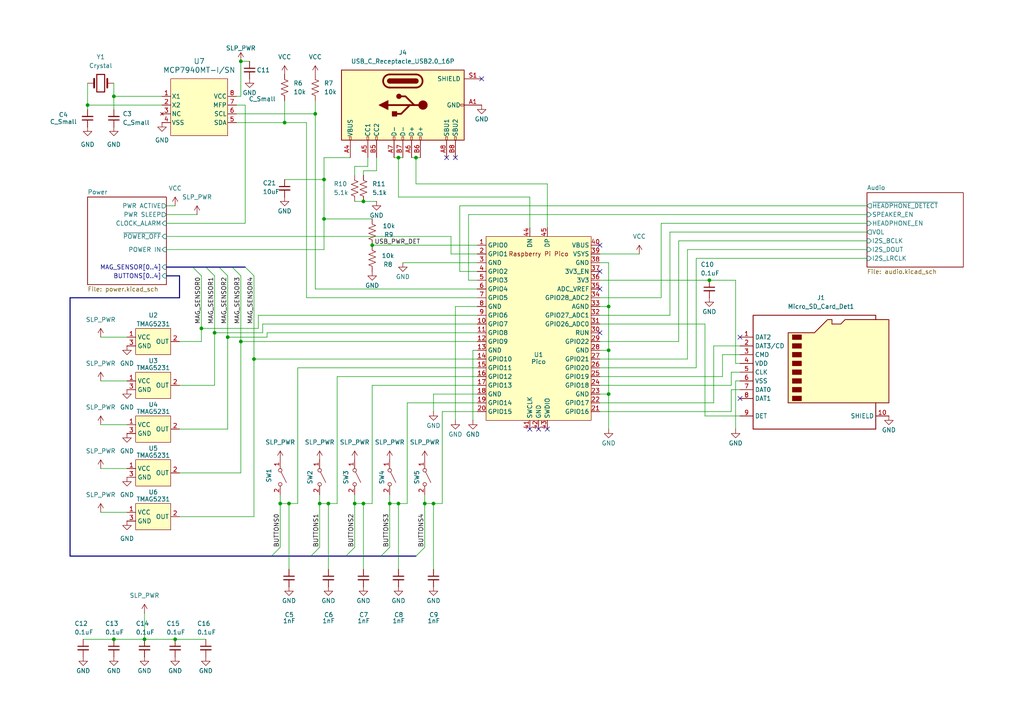
<source format=kicad_sch>
(kicad_sch (version 20231120) (generator "eeschema") (generator_version "8.0")
  (paper "A4")
  (title_block (title "Boombuddy"))
  (lib_symbols
    (symbol "Connector:Micro_SD_Card_Det1"
      (property "Reference" "J" (at -16.51 17.78 0))
      (property "Value" "Micro_SD_Card_Det1" (at 16.51 17.78 0))
      (symbol "Micro_SD_Card_Det1_0_1"
        (rectangle (start -7.62 -6.985) (end -5.08 -8.255) (stroke (width 0.254)) (fill (type outline)))
        (rectangle (start -7.62 -4.445) (end -5.08 -5.715) (stroke (width 0.254)) (fill (type outline)))
        (rectangle (start -7.62 -1.905) (end -5.08 -3.175) (stroke (width 0.254)) (fill (type outline)))
        (rectangle (start -7.62 0.635) (end -5.08 -0.635) (stroke (width 0.254)) (fill (type outline)))
        (rectangle (start -7.62 3.175) (end -5.08 1.905) (stroke (width 0.254)) (fill (type outline)))
        (rectangle (start -7.62 5.715) (end -5.08 4.445) (stroke (width 0.254)) (fill (type outline)))
        (rectangle (start -7.62 8.255) (end -5.08 6.985) (stroke (width 0.254)) (fill (type outline)))
        (rectangle (start -7.62 10.795) (end -5.08 9.525) (stroke (width 0.254)) (fill (type outline)))
        (polyline (pts (xy 16.51 15.24) (xy 16.51 16.51) (xy -19.05 16.51) (xy -19.05 -16.51) (xy 16.51 -16.51) (xy 16.51 -8.89)) (stroke (width 0.254)))
        (polyline (pts (xy -8.89 -8.89) (xy -8.89 11.43) (xy -1.27 11.43) (xy 2.54 15.24) (xy 3.81 15.24) (xy 3.81 13.97) (xy 6.35 13.97) (xy 7.62 15.24) (xy 20.32 15.24) (xy 20.32 -8.89) (xy -8.89 -8.89)) (stroke (width 0.254)) (fill (type background)))
      )
      (symbol "Micro_SD_Card_Det1_1_1"
        (pin bidirectional line (at -22.86 10.16 0) (length 3.81) (name "DAT2") (number "1"))
        (pin passive line (at 20.32 -12.7 180) (length 3.81) (name "SHIELD") (number "10"))
        (pin bidirectional line (at -22.86 7.62 0) (length 3.81) (name "DAT3/CD") (number "2"))
        (pin input line (at -22.86 5.08 0) (length 3.81) (name "CMD") (number "3"))
        (pin power_in line (at -22.86 2.54 0) (length 3.81) (name "VDD") (number "4"))
        (pin input line (at -22.86 0 0) (length 3.81) (name "CLK") (number "5"))
        (pin power_in line (at -22.86 -2.54 0) (length 3.81) (name "VSS") (number "6"))
        (pin bidirectional line (at -22.86 -5.08 0) (length 3.81) (name "DAT0") (number "7"))
        (pin bidirectional line (at -22.86 -7.62 0) (length 3.81) (name "DAT1") (number "8"))
        (pin passive line (at -22.86 -12.7 0) (length 3.81) (name "DET") (number "9"))
      )
    )
    (symbol "Connector:USB_C_Receptacle_USB2.0_16P" (pin_names (offset 1.016))
      (property "Reference" "J4" (at -15.24 0 90))
      (property "Value" "USB_C_Receptacle_USB2.0_16P" (at -12.7 0 90))
      (symbol "USB_C_Receptacle_USB2.0_16P_0_0"
        (rectangle (start -0.254 -17.78) (end 0.254 -16.764))
        (rectangle (start 10.16 -14.986) (end 9.144 -15.494))
        (rectangle (start 10.16 -12.446) (end 9.144 -12.954))
        (rectangle (start 10.16 -4.826) (end 9.144 -5.334))
        (rectangle (start 10.16 -2.286) (end 9.144 -2.794))
        (rectangle (start 10.16 0.254) (end 9.144 -0.254))
        (rectangle (start 10.16 2.794) (end 9.144 2.286))
        (rectangle (start 10.16 7.874) (end 9.144 7.366))
        (rectangle (start 10.16 10.414) (end 9.144 9.906))
        (rectangle (start 10.16 15.494) (end 9.144 14.986))
      )
      (symbol "USB_C_Receptacle_USB2.0_16P_0_1"
        (rectangle (start -10.16 17.78) (end 10.16 -17.78) (stroke (width 0.254)) (fill (type background)))
        (arc (start -8.89 -3.81) (mid -6.985 -5.7067) (end -5.08 -3.81) (stroke (width 0.508)))
        (arc (start -7.62 -3.81) (mid -6.985 -4.4423) (end -6.35 -3.81) (stroke (width 0.254)))
        (arc (start -7.62 -3.81) (mid -6.985 -4.4423) (end -6.35 -3.81) (stroke (width 0.254)) (fill (type outline)))
        (rectangle (start -7.62 -3.81) (end -6.35 3.81) (stroke (width 0.254)) (fill (type outline)))
        (arc (start -6.35 3.81) (mid -6.985 4.4423) (end -7.62 3.81) (stroke (width 0.254)))
        (arc (start -6.35 3.81) (mid -6.985 4.4423) (end -7.62 3.81) (stroke (width 0.254)) (fill (type outline)))
        (arc (start -5.08 3.81) (mid -6.985 5.7067) (end -8.89 3.81) (stroke (width 0.508)))
        (circle (center -2.54 1.143) (radius 0.635) (stroke (width 0.254)) (fill (type outline)))
        (circle (center 0 -5.842) (radius 1.27) (fill (type outline)))
        (polyline (pts (xy -8.89 -3.81) (xy -8.89 3.81)) (stroke (width 0.508)))
        (polyline (pts (xy -5.08 3.81) (xy -5.08 -3.81)) (stroke (width 0.508)))
        (polyline (pts (xy 0 -5.842) (xy 0 4.318)) (stroke (width 0.508)))
        (polyline (pts (xy 0 -3.302) (xy -2.54 -0.762) (xy -2.54 0.508)) (stroke (width 0.508)))
        (polyline (pts (xy 0 -2.032) (xy 2.54 0.508) (xy 2.54 1.778)) (stroke (width 0.508)))
        (polyline (pts (xy -1.27 4.318) (xy 0 6.858) (xy 1.27 4.318) (xy -1.27 4.318)) (stroke (width 0.254)) (fill (type outline)))
        (rectangle (start 1.905 1.778) (end 3.175 3.048) (stroke (width 0.254)) (fill (type outline)))
      )
      (symbol "USB_C_Receptacle_USB2.0_16P_1_1"
        (pin power_out line (at 0 -22.86 90) (length 5.08) (name "GND") (number "A1"))
        (pin passive line (at 0 -22.86 90) (length 5.08) hide (name "GND") (number "A12"))
        (pin power_out line (at 15.24 15.24 180) (length 5.08) (name "VBUS") (number "A4"))
        (pin bidirectional line (at 15.24 10.16 180) (length 5.08) (name "CC1") (number "A5"))
        (pin bidirectional line (at 15.24 -2.54 180) (length 5.08) (name "D+") (number "A6"))
        (pin bidirectional line (at 15.24 2.54 180) (length 5.08) (name "D-") (number "A7"))
        (pin bidirectional line (at 15.24 -12.7 180) (length 5.08) (name "SBU1") (number "A8"))
        (pin passive line (at 15.24 15.24 180) (length 5.08) hide (name "VBUS") (number "A9"))
        (pin passive line (at 0 -22.86 90) (length 5.08) hide (name "GND") (number "B1"))
        (pin passive line (at 0 -22.86 90) (length 5.08) hide (name "GND") (number "B12"))
        (pin passive line (at 15.24 15.24 180) (length 5.08) hide (name "VBUS") (number "B4"))
        (pin bidirectional line (at 15.24 7.62 180) (length 5.08) (name "CC2") (number "B5"))
        (pin bidirectional line (at 15.24 -5.08 180) (length 5.08) (name "D+") (number "B6"))
        (pin bidirectional line (at 15.24 0 180) (length 5.08) (name "D-") (number "B7"))
        (pin bidirectional line (at 15.24 -15.24 180) (length 5.08) (name "SBU2") (number "B8"))
        (pin passive line (at 15.24 15.24 180) (length 5.08) hide (name "VBUS") (number "B9"))
        (pin passive line (at -7.62 -22.86 90) (length 5.08) (name "SHIELD") (number "S1"))
      )
    )
    (symbol "Device:C_Small" (pin_numbers hide) (pin_names (offset 0.254) hide)
      (property "Reference" "C" (at 0.254 1.778 0))
      (property "Value" "C_Small" (at 0.254 -2.032 0))
      (symbol "C_Small_0_1"
        (polyline (pts (xy -1.524 -0.508) (xy 1.524 -0.508)) (stroke (width 0.3302)))
        (polyline (pts (xy -1.524 0.508) (xy 1.524 0.508)) (stroke (width 0.3048)))
      )
      (symbol "C_Small_1_1"
        (pin passive line (at 0 2.54 270) (length 2.032) (name "~") (number "1"))
        (pin passive line (at 0 -2.54 90) (length 2.032) (name "~") (number "2"))
      )
    )
    (symbol "Device:Crystal" (pin_numbers hide) (pin_names (offset 1.016) hide)
      (property "Reference" "Y" (at 0 3.81 0))
      (property "Value" "Crystal" (at 0 -3.81 0))
      (symbol "Crystal_0_1"
        (rectangle (start -1.143 2.54) (end 1.143 -2.54) (stroke (width 0.3048)))
        (polyline (pts (xy -2.54 0) (xy -1.905 0)))
        (polyline (pts (xy -1.905 -1.27) (xy -1.905 1.27)) (stroke (width 0.508)))
        (polyline (pts (xy 1.905 -1.27) (xy 1.905 1.27)) (stroke (width 0.508)))
        (polyline (pts (xy 2.54 0) (xy 1.905 0)))
      )
      (symbol "Crystal_1_1"
        (pin passive line (at -3.81 0 0) (length 1.27) (name "1") (number "1"))
        (pin passive line (at 3.81 0 180) (length 1.27) (name "2") (number "2"))
      )
    )
    (symbol "Device:R_US" (pin_numbers hide) (pin_names (offset 0))
      (property "Reference" "R" (at 2.54 0 90))
      (property "Value" "R_US" (at -2.54 0 90))
      (symbol "R_US_0_1"
        (polyline (pts (xy 0 -2.286) (xy 0 -2.54)))
        (polyline (pts (xy 0 2.286) (xy 0 2.54)))
        (polyline (pts (xy 0 -0.762) (xy 1.016 -1.143) (xy 0 -1.524) (xy -1.016 -1.905) (xy 0 -2.286)))
        (polyline (pts (xy 0 0.762) (xy 1.016 0.381) (xy 0 0) (xy -1.016 -0.381) (xy 0 -0.762)))
        (polyline (pts (xy 0 2.286) (xy 1.016 1.905) (xy 0 1.524) (xy -1.016 1.143) (xy 0 0.762)))
      )
      (symbol "R_US_1_1"
        (pin passive line (at 0 3.81 270) (length 1.27) (name "~") (number "1"))
        (pin passive line (at 0 -3.81 90) (length 1.27) (name "~") (number "2"))
      )
    )
    (symbol "Switch:SW_SPST" (pin_names (offset 0) hide)
      (property "Reference" "SW" (at 0 3.175 0))
      (property "Value" "SW_SPST" (at 0 -2.54 0))
      (symbol "SW_SPST_0_0"
        (circle (center -2.032 0) (radius 0.508))
        (polyline (pts (xy -1.524 0.254) (xy 1.524 1.778)))
        (circle (center 2.032 0) (radius 0.508))
      )
      (symbol "SW_SPST_1_1"
        (pin passive line (at -5.08 0 0) (length 2.54) (name "A") (number "1"))
        (pin passive line (at 5.08 0 180) (length 2.54) (name "B") (number "2"))
      )
    )
    (symbol "boombox:MCP7940MT-I_SN" (pin_names (offset 0.254))
      (property "Reference" "U" (at 0 13.97 0))
      (property "Value" "MCP7940MT-I/SN" (at 0 11.43 0))
      (symbol "MCP7940MT-I_SN_1_1"
        (rectangle (start -7.62 8.89) (end 8.89 -7.62) (fill (type background)))
        (pin input line (at -10.16 3.81 0) (length 2.54) (name "X1") (number "1"))
        (pin output line (at -10.16 1.27 0) (length 2.54) (name "X2") (number "2"))
        (pin no_connect line (at -10.16 -1.27 0) (length 2.54) (name "NC") (number "3"))
        (pin power_in line (at -10.16 -3.81 0) (length 2.54) (name "VSS") (number "4"))
        (pin bidirectional line (at 11.43 -3.81 180) (length 2.54) (name "SDA") (number "5"))
        (pin input line (at 11.43 -1.27 180) (length 2.54) (name "SCL") (number "6"))
        (pin bidirectional line (at 11.43 1.27 180) (length 2.54) (name "MFP") (number "7"))
        (pin power_in line (at 11.43 3.81 180) (length 2.54) (name "VCC") (number "8"))
      )
    )
    (symbol "boombox:TMAG5231"
      (property "Reference" "U" (at 0 7.112 0))
      (property "Value" "TMAG5231" (at 0.254 5.08 0))
      (symbol "TMAG5231_1_1"
        (rectangle (start -5.08 3.81) (end 5.08 -3.81) (fill (type background)))
        (pin power_in line (at -7.62 1.27 0) (length 2.54) (name "VCC") (number "1"))
        (pin output line (at 7.62 0 180) (length 2.54) (name "OUT") (number "2"))
        (pin power_in line (at -7.62 -1.27 0) (length 2.54) (name "GND") (number "3"))
      )
    )
    (symbol "pico:Pico"
      (property "Reference" "U" (at -13.97 27.94 0))
      (property "Value" "Pico" (at 0 19.05 0))
      (symbol "Pico_0_0"
        (text "Raspberry Pi Pico" (at 0 21.59 0) (effects (font (size 1.27 1.27))))
      )
      (symbol "Pico_0_1"
        (rectangle (start -15.24 26.67) (end 15.24 -26.67) (fill (type background)))
      )
      (symbol "Pico_1_1"
        (pin bidirectional line (at -17.78 24.13 0) (length 2.54) (name "GPIO0") (number "1"))
        (pin bidirectional line (at -17.78 1.27 0) (length 2.54) (name "GPIO7") (number "10"))
        (pin bidirectional line (at -17.78 -1.27 0) (length 2.54) (name "GPIO8") (number "11"))
        (pin bidirectional line (at -17.78 -3.81 0) (length 2.54) (name "GPIO9") (number "12"))
        (pin power_in line (at -17.78 -6.35 0) (length 2.54) (name "GND") (number "13"))
        (pin bidirectional line (at -17.78 -8.89 0) (length 2.54) (name "GPIO10") (number "14"))
        (pin bidirectional line (at -17.78 -11.43 0) (length 2.54) (name "GPIO11") (number "15"))
        (pin bidirectional line (at -17.78 -13.97 0) (length 2.54) (name "GPIO12") (number "16"))
        (pin bidirectional line (at -17.78 -16.51 0) (length 2.54) (name "GPIO13") (number "17"))
        (pin power_in line (at -17.78 -19.05 0) (length 2.54) (name "GND") (number "18"))
        (pin bidirectional line (at -17.78 -21.59 0) (length 2.54) (name "GPIO14") (number "19"))
        (pin bidirectional line (at -17.78 21.59 0) (length 2.54) (name "GPIO1") (number "2"))
        (pin bidirectional line (at -17.78 -24.13 0) (length 2.54) (name "GPIO15") (number "20"))
        (pin bidirectional line (at 17.78 -24.13 180) (length 2.54) (name "GPIO16") (number "21"))
        (pin bidirectional line (at 17.78 -21.59 180) (length 2.54) (name "GPIO17") (number "22"))
        (pin power_in line (at 17.78 -19.05 180) (length 2.54) (name "GND") (number "23"))
        (pin bidirectional line (at 17.78 -16.51 180) (length 2.54) (name "GPIO18") (number "24"))
        (pin bidirectional line (at 17.78 -13.97 180) (length 2.54) (name "GPIO19") (number "25"))
        (pin bidirectional line (at 17.78 -11.43 180) (length 2.54) (name "GPIO20") (number "26"))
        (pin bidirectional line (at 17.78 -8.89 180) (length 2.54) (name "GPIO21") (number "27"))
        (pin power_in line (at 17.78 -6.35 180) (length 2.54) (name "GND") (number "28"))
        (pin bidirectional line (at 17.78 -3.81 180) (length 2.54) (name "GPIO22") (number "29"))
        (pin power_in line (at -17.78 19.05 0) (length 2.54) (name "GND") (number "3"))
        (pin input line (at 17.78 -1.27 180) (length 2.54) (name "RUN") (number "30"))
        (pin bidirectional line (at 17.78 1.27 180) (length 2.54) (name "GPIO26_ADC0") (number "31"))
        (pin bidirectional line (at 17.78 3.81 180) (length 2.54) (name "GPIO27_ADC1") (number "32"))
        (pin power_in line (at 17.78 6.35 180) (length 2.54) (name "AGND") (number "33"))
        (pin bidirectional line (at 17.78 8.89 180) (length 2.54) (name "GPIO28_ADC2") (number "34"))
        (pin power_in line (at 17.78 11.43 180) (length 2.54) (name "ADC_VREF") (number "35"))
        (pin power_out line (at 17.78 13.97 180) (length 2.54) (name "3V3") (number "36"))
        (pin input line (at 17.78 16.51 180) (length 2.54) (name "3V3_EN") (number "37"))
        (pin power_in line (at 17.78 19.05 180) (length 2.54) (name "GND") (number "38"))
        (pin power_in line (at 17.78 21.59 180) (length 2.54) (name "VSYS") (number "39"))
        (pin bidirectional line (at -17.78 16.51 0) (length 2.54) (name "GPIO2") (number "4"))
        (pin power_in line (at 17.78 24.13 180) (length 2.54) (name "VBUS") (number "40"))
        (pin input line (at -2.54 -29.21 90) (length 2.54) (name "SWCLK") (number "41"))
        (pin power_in line (at 0 -29.21 90) (length 2.54) (name "GND") (number "42"))
        (pin bidirectional line (at 2.54 -29.21 90) (length 2.54) (name "SWDIO") (number "43"))
        (pin bidirectional line (at -2.54 29.21 270) (length 2.54) (name "DN") (number "44"))
        (pin bidirectional line (at 2.54 29.21 270) (length 2.54) (name "DP") (number "45"))
        (pin bidirectional line (at -17.78 13.97 0) (length 2.54) (name "GPIO3") (number "5"))
        (pin bidirectional line (at -17.78 11.43 0) (length 2.54) (name "GPIO4") (number "6"))
        (pin bidirectional line (at -17.78 8.89 0) (length 2.54) (name "GPIO5") (number "7"))
        (pin power_in line (at -17.78 6.35 0) (length 2.54) (name "GND") (number "8"))
        (pin bidirectional line (at -17.78 3.81 0) (length 2.54) (name "GPIO6") (number "9"))
      )
    )
    (symbol "power:GND" (power) (pin_numbers hide) (pin_names (offset 0) hide)
      (property "Value" "GND" (at 0 -3.81 0))
      (symbol "GND_0_1"
        (polyline (pts (xy 0 0) (xy 0 -1.27) (xy 1.27 -1.27) (xy 0 -2.54) (xy -1.27 -1.27) (xy 0 -1.27)))
      )
      (symbol "GND_1_1"
        (pin power_in line (at 0 0 270) (length 0) (name "~") (number "1"))
      )
    )
    (symbol "power:VCC" (power) (pin_numbers hide) (pin_names (offset 0) hide)
      (property "Value" "VCC" (at 0 3.556 0))
      (symbol "VCC_0_1"
        (polyline (pts (xy -0.762 1.27) (xy 0 2.54)))
        (polyline (pts (xy 0 0) (xy 0 2.54)))
        (polyline (pts (xy 0 2.54) (xy 0.762 1.27)))
      )
      (symbol "VCC_1_1"
        (pin power_in line (at 0 0 90) (length 0) (name "~") (number "1"))
      )
    )
  )
  (junction (at 105.41 146.05))
  (junction (at 50.8 185.42))
  (junction (at 95.25 146.05))
  (junction (at 176.53 114.3))
  (junction (at 107.95 71.12))
  (junction (at 69.85 17.78))
  (junction (at 205.74 81.28))
  (junction (at 83.82 146.05))
  (junction (at 58.42 95.25))
  (junction (at 92.71 146.05))
  (junction (at 62.23 96.52))
  (junction (at 123.19 146.05))
  (junction (at 120.65 45.72))
  (junction (at 33.02 185.42))
  (junction (at 115.57 146.05))
  (junction (at 102.87 146.05))
  (junction (at 66.04 97.79))
  (junction (at 69.85 99.06))
  (junction (at 81.28 146.05))
  (junction (at 176.53 101.6))
  (junction (at 113.03 146.05))
  (junction (at 25.4 30.48))
  (junction (at 115.57 45.72))
  (junction (at 105.41 58.42))
  (junction (at 91.44 33.02))
  (junction (at 93.98 52.07))
  (junction (at 176.53 88.9))
  (junction (at 82.55 35.56))
  (junction (at 41.91 185.42))
  (junction (at 33.02 27.94))
  (junction (at 73.66 104.14))
  (junction (at 125.73 146.05))
  (junction (at 93.98 63.5))
  (no_connect (at 173.99 96.52))
  (no_connect (at 153.67 124.46))
  (no_connect (at 214.63 115.57))
  (no_connect (at 156.21 124.46))
  (no_connect (at 214.63 97.79))
  (no_connect (at 139.7 22.86))
  (no_connect (at 129.54 45.72))
  (no_connect (at 173.99 78.74))
  (no_connect (at 158.75 124.46))
  (no_connect (at 173.99 83.82))
  (no_connect (at 132.08 45.72))
  (no_connect (at 173.99 71.12))
  (bus_entry (at 110.49 161.29) (size 2.54 -2.54))
  (bus_entry (at 59.69 77.47) (size 2.54 2.54))
  (bus_entry (at 55.88 77.47) (size 2.54 2.54))
  (bus_entry (at 100.33 161.29) (size 2.54 -2.54))
  (bus_entry (at 67.31 77.47) (size 2.54 2.54))
  (bus_entry (at 71.12 77.47) (size 2.54 2.54))
  (bus_entry (at 63.5 77.47) (size 2.54 2.54))
  (bus_entry (at 90.17 161.29) (size 2.54 -2.54))
  (bus_entry (at 120.65 161.29) (size 2.54 -2.54))
  (bus_entry (at 78.74 161.29) (size 2.54 -2.54))
  (wire (pts (xy 113.03 146.05) (xy 113.03 158.75)))
  (wire (pts (xy 69.85 17.78) (xy 69.85 27.94)))
  (wire (pts (xy 82.55 52.07) (xy 93.98 52.07)))
  (wire (pts (xy 196.85 99.06) (xy 173.99 99.06)))
  (wire (pts (xy 125.73 114.3) (xy 138.43 114.3)))
  (wire (pts (xy 209.55 109.22) (xy 173.99 109.22)))
  (wire (pts (xy 74.93 91.44) (xy 138.43 91.44)))
  (wire (pts (xy 212.09 107.95) (xy 212.09 111.76)))
  (wire (pts (xy 102.87 146.05) (xy 102.87 158.75)))
  (wire (pts (xy 25.4 31.75) (xy 25.4 30.48)))
  (wire (pts (xy 93.98 52.07) (xy 93.98 63.5)))
  (wire (pts (xy 88.9 86.36) (xy 88.9 35.56)))
  (wire (pts (xy 194.31 91.44) (xy 173.99 91.44)))
  (wire (pts (xy 69.85 99.06) (xy 138.43 99.06)))
  (wire (pts (xy 62.23 111.76) (xy 52.07 111.76)))
  (wire (pts (xy 77.47 96.52) (xy 77.47 97.79)))
  (wire (pts (xy 109.22 49.53) (xy 109.22 45.72)))
  (wire (pts (xy 81.28 146.05) (xy 83.82 146.05)))
  (wire (pts (xy 33.02 27.94) (xy 33.02 31.75)))
  (wire (pts (xy 29.21 110.49) (xy 36.83 110.49)))
  (wire (pts (xy 105.41 146.05) (xy 107.95 146.05)))
  (bus (pts (xy 20.32 86.36) (xy 20.32 161.29)))
  (wire (pts (xy 125.73 119.38) (xy 125.73 114.3)))
  (wire (pts (xy 201.93 74.93) (xy 201.93 106.68)))
  (wire (pts (xy 213.36 124.46) (xy 213.36 110.49)))
  (wire (pts (xy 33.02 185.42) (xy 41.91 185.42)))
  (wire (pts (xy 88.9 86.36) (xy 138.43 86.36)))
  (wire (pts (xy 120.65 45.72) (xy 121.92 45.72)))
  (wire (pts (xy 132.08 121.92) (xy 132.08 88.9)))
  (wire (pts (xy 82.55 29.21) (xy 82.55 35.56)))
  (wire (pts (xy 69.85 17.78) (xy 72.39 17.78)))
  (wire (pts (xy 176.53 88.9) (xy 176.53 101.6)))
  (wire (pts (xy 81.28 146.05) (xy 81.28 158.75)))
  (wire (pts (xy 83.82 146.05) (xy 86.36 146.05)))
  (wire (pts (xy 132.08 88.9) (xy 138.43 88.9)))
  (bus (pts (xy 48.26 77.47) (xy 55.88 77.47)))
  (wire (pts (xy 204.47 120.65) (xy 204.47 93.98)))
  (wire (pts (xy 199.39 104.14) (xy 173.99 104.14)))
  (wire (pts (xy 135.89 62.23) (xy 135.89 81.28)))
  (wire (pts (xy 93.98 45.72) (xy 101.6 45.72)))
  (wire (pts (xy 69.85 80.01) (xy 69.85 99.06)))
  (wire (pts (xy 115.57 45.72) (xy 115.57 57.15)))
  (wire (pts (xy 29.21 97.79) (xy 36.83 97.79)))
  (wire (pts (xy 115.57 165.1) (xy 115.57 146.05)))
  (wire (pts (xy 106.68 48.26) (xy 106.68 45.72)))
  (wire (pts (xy 114.3 45.72) (xy 115.57 45.72)))
  (wire (pts (xy 93.98 63.5) (xy 93.98 72.39)))
  (wire (pts (xy 135.89 81.28) (xy 138.43 81.28)))
  (wire (pts (xy 214.63 102.87) (xy 209.55 102.87)))
  (wire (pts (xy 97.79 109.22) (xy 138.43 109.22)))
  (wire (pts (xy 196.85 69.85) (xy 196.85 99.06)))
  (wire (pts (xy 173.99 73.66) (xy 185.42 73.66)))
  (wire (pts (xy 176.53 124.46) (xy 176.53 114.3)))
  (wire (pts (xy 48.26 62.23) (xy 57.15 62.23)))
  (wire (pts (xy 62.23 80.01) (xy 62.23 96.52)))
  (bus (pts (xy 55.88 77.47) (xy 59.69 77.47)))
  (wire (pts (xy 76.2 93.98) (xy 138.43 93.98)))
  (wire (pts (xy 115.57 146.05) (xy 118.11 146.05)))
  (wire (pts (xy 119.38 45.72) (xy 120.65 45.72)))
  (wire (pts (xy 123.19 146.05) (xy 123.19 158.75)))
  (wire (pts (xy 176.53 114.3) (xy 173.99 114.3)))
  (wire (pts (xy 102.87 146.05) (xy 102.87 143.51)))
  (wire (pts (xy 73.66 80.01) (xy 73.66 104.14)))
  (wire (pts (xy 92.71 158.75) (xy 92.71 146.05)))
  (wire (pts (xy 120.65 53.34) (xy 158.75 53.34)))
  (bus (pts (xy 100.33 161.29) (xy 110.49 161.29)))
  (wire (pts (xy 66.04 80.01) (xy 66.04 97.79)))
  (wire (pts (xy 83.82 165.1) (xy 83.82 146.05)))
  (wire (pts (xy 102.87 48.26) (xy 106.68 48.26)))
  (wire (pts (xy 95.25 165.1) (xy 95.25 146.05)))
  (wire (pts (xy 158.75 53.34) (xy 158.75 66.04)))
  (wire (pts (xy 58.42 95.25) (xy 74.93 95.25)))
  (wire (pts (xy 251.46 62.23) (xy 135.89 62.23)))
  (wire (pts (xy 24.13 185.42) (xy 33.02 185.42)))
  (wire (pts (xy 204.47 93.98) (xy 173.99 93.98)))
  (wire (pts (xy 137.16 121.92) (xy 137.16 101.6)))
  (wire (pts (xy 62.23 96.52) (xy 62.23 111.76)))
  (wire (pts (xy 209.55 102.87) (xy 209.55 109.22)))
  (wire (pts (xy 69.85 99.06) (xy 69.85 137.16)))
  (wire (pts (xy 25.4 30.48) (xy 46.99 30.48)))
  (wire (pts (xy 58.42 80.01) (xy 58.42 95.25)))
  (bus (pts (xy 67.31 77.47) (xy 71.12 77.47)))
  (wire (pts (xy 191.77 86.36) (xy 173.99 86.36)))
  (wire (pts (xy 86.36 106.68) (xy 86.36 146.05)))
  (wire (pts (xy 25.4 30.48) (xy 25.4 24.13)))
  (wire (pts (xy 205.74 81.28) (xy 213.36 81.28)))
  (wire (pts (xy 97.79 109.22) (xy 97.79 146.05)))
  (wire (pts (xy 93.98 63.5) (xy 107.95 63.5)))
  (wire (pts (xy 73.66 149.86) (xy 52.07 149.86)))
  (wire (pts (xy 102.87 58.42) (xy 105.41 58.42)))
  (bus (pts (xy 59.69 77.47) (xy 63.5 77.47)))
  (wire (pts (xy 251.46 72.39) (xy 199.39 72.39)))
  (wire (pts (xy 62.23 96.52) (xy 76.2 96.52)))
  (wire (pts (xy 115.57 57.15) (xy 153.67 57.15)))
  (wire (pts (xy 251.46 69.85) (xy 196.85 69.85)))
  (wire (pts (xy 92.71 146.05) (xy 95.25 146.05)))
  (wire (pts (xy 102.87 146.05) (xy 105.41 146.05)))
  (wire (pts (xy 73.66 104.14) (xy 73.66 149.86)))
  (wire (pts (xy 91.44 33.02) (xy 91.44 83.82)))
  (wire (pts (xy 33.02 27.94) (xy 46.99 27.94)))
  (bus (pts (xy 20.32 161.29) (xy 78.74 161.29)))
  (wire (pts (xy 113.03 146.05) (xy 115.57 146.05)))
  (wire (pts (xy 199.39 72.39) (xy 199.39 104.14)))
  (wire (pts (xy 48.26 64.77) (xy 71.12 64.77)))
  (wire (pts (xy 29.21 123.19) (xy 36.83 123.19)))
  (wire (pts (xy 153.67 57.15) (xy 153.67 66.04)))
  (wire (pts (xy 213.36 81.28) (xy 213.36 105.41)))
  (wire (pts (xy 207.01 100.33) (xy 207.01 116.84)))
  (wire (pts (xy 116.84 76.2) (xy 138.43 76.2)))
  (bus (pts (xy 90.17 161.29) (xy 100.33 161.29)))
  (wire (pts (xy 93.98 45.72) (xy 93.98 52.07)))
  (wire (pts (xy 69.85 27.94) (xy 68.58 27.94)))
  (wire (pts (xy 173.99 116.84) (xy 207.01 116.84)))
  (wire (pts (xy 118.11 116.84) (xy 138.43 116.84)))
  (wire (pts (xy 123.19 146.05) (xy 125.73 146.05)))
  (wire (pts (xy 107.95 111.76) (xy 138.43 111.76)))
  (wire (pts (xy 212.09 113.03) (xy 212.09 119.38)))
  (wire (pts (xy 251.46 64.77) (xy 191.77 64.77)))
  (bus (pts (xy 52.07 86.36) (xy 52.07 80.01)))
  (wire (pts (xy 77.47 96.52) (xy 138.43 96.52)))
  (wire (pts (xy 68.58 30.48) (xy 71.12 30.48)))
  (wire (pts (xy 95.25 146.05) (xy 97.79 146.05)))
  (wire (pts (xy 69.85 137.16) (xy 52.07 137.16)))
  (wire (pts (xy 125.73 146.05) (xy 128.27 146.05)))
  (wire (pts (xy 48.26 68.58) (xy 130.81 68.58)))
  (wire (pts (xy 173.99 81.28) (xy 205.74 81.28)))
  (wire (pts (xy 105.41 49.53) (xy 109.22 49.53)))
  (wire (pts (xy 213.36 105.41) (xy 214.63 105.41)))
  (wire (pts (xy 251.46 74.93) (xy 201.93 74.93)))
  (wire (pts (xy 212.09 111.76) (xy 173.99 111.76)))
  (wire (pts (xy 214.63 107.95) (xy 212.09 107.95)))
  (wire (pts (xy 66.04 97.79) (xy 66.04 124.46)))
  (wire (pts (xy 130.81 73.66) (xy 138.43 73.66)))
  (wire (pts (xy 214.63 113.03) (xy 212.09 113.03)))
  (wire (pts (xy 77.47 97.79) (xy 66.04 97.79)))
  (wire (pts (xy 194.31 67.31) (xy 194.31 91.44)))
  (bus (pts (xy 78.74 161.29) (xy 90.17 161.29)))
  (wire (pts (xy 191.77 64.77) (xy 191.77 86.36)))
  (wire (pts (xy 92.71 146.05) (xy 92.71 143.51)))
  (wire (pts (xy 118.11 146.05) (xy 118.11 116.84)))
  (wire (pts (xy 68.58 35.56) (xy 82.55 35.56)))
  (wire (pts (xy 86.36 106.68) (xy 138.43 106.68)))
  (wire (pts (xy 71.12 30.48) (xy 71.12 64.77)))
  (wire (pts (xy 102.87 50.8) (xy 102.87 48.26)))
  (wire (pts (xy 201.93 106.68) (xy 173.99 106.68)))
  (wire (pts (xy 113.03 143.51) (xy 113.03 146.05)))
  (wire (pts (xy 58.42 95.25) (xy 58.42 99.06)))
  (wire (pts (xy 66.04 124.46) (xy 52.07 124.46)))
  (wire (pts (xy 50.8 185.42) (xy 59.69 185.42)))
  (wire (pts (xy 107.95 71.12) (xy 138.43 71.12)))
  (wire (pts (xy 105.41 165.1) (xy 105.41 146.05)))
  (wire (pts (xy 128.27 119.38) (xy 138.43 119.38)))
  (bus (pts (xy 63.5 77.47) (xy 67.31 77.47)))
  (wire (pts (xy 41.91 185.42) (xy 50.8 185.42)))
  (wire (pts (xy 128.27 146.05) (xy 128.27 119.38)))
  (wire (pts (xy 48.26 72.39) (xy 93.98 72.39)))
  (wire (pts (xy 91.44 29.21) (xy 91.44 33.02)))
  (wire (pts (xy 176.53 101.6) (xy 176.53 114.3)))
  (wire (pts (xy 48.26 59.69) (xy 50.8 59.69)))
  (wire (pts (xy 176.53 76.2) (xy 176.53 88.9)))
  (wire (pts (xy 52.07 99.06) (xy 58.42 99.06)))
  (wire (pts (xy 105.41 58.42) (xy 109.22 58.42)))
  (wire (pts (xy 133.35 59.69) (xy 133.35 78.74)))
  (wire (pts (xy 91.44 83.82) (xy 138.43 83.82)))
  (wire (pts (xy 213.36 110.49) (xy 214.63 110.49)))
  (wire (pts (xy 81.28 143.51) (xy 81.28 146.05)))
  (wire (pts (xy 115.57 45.72) (xy 116.84 45.72)))
  (wire (pts (xy 173.99 101.6) (xy 176.53 101.6)))
  (wire (pts (xy 68.58 33.02) (xy 91.44 33.02)))
  (wire (pts (xy 133.35 78.74) (xy 138.43 78.74)))
  (wire (pts (xy 214.63 100.33) (xy 207.01 100.33)))
  (wire (pts (xy 29.21 148.59) (xy 36.83 148.59)))
  (wire (pts (xy 74.93 95.25) (xy 74.93 91.44)))
  (wire (pts (xy 82.55 35.56) (xy 88.9 35.56)))
  (wire (pts (xy 251.46 67.31) (xy 194.31 67.31)))
  (wire (pts (xy 120.65 45.72) (xy 120.65 53.34)))
  (wire (pts (xy 123.19 143.51) (xy 123.19 146.05)))
  (wire (pts (xy 125.73 165.1) (xy 125.73 146.05)))
  (wire (pts (xy 214.63 120.65) (xy 204.47 120.65)))
  (wire (pts (xy 29.21 135.89) (xy 36.83 135.89)))
  (wire (pts (xy 173.99 88.9) (xy 176.53 88.9)))
  (wire (pts (xy 173.99 76.2) (xy 176.53 76.2)))
  (wire (pts (xy 73.66 104.14) (xy 138.43 104.14)))
  (wire (pts (xy 212.09 119.38) (xy 173.99 119.38)))
  (wire (pts (xy 107.95 146.05) (xy 107.95 111.76)))
  (bus (pts (xy 110.49 161.29) (xy 120.65 161.29)))
  (wire (pts (xy 130.81 68.58) (xy 130.81 73.66)))
  (wire (pts (xy 251.46 59.69) (xy 133.35 59.69)))
  (bus (pts (xy 48.26 80.01) (xy 52.07 80.01)))
  (wire (pts (xy 41.91 177.8) (xy 41.91 185.42)))
  (wire (pts (xy 137.16 101.6) (xy 138.43 101.6)))
  (bus (pts (xy 52.07 86.36) (xy 20.32 86.36)))
  (wire (pts (xy 76.2 93.98) (xy 76.2 96.52)))
  (wire (pts (xy 33.02 27.94) (xy 33.02 24.13)))
  (wire (pts (xy 105.41 50.8) (xy 105.41 49.53)))
  (label "MAG_SENSOR4" (at 73.66 93.98 90))
  (label "BUTTONS0" (at 81.28 158.75 90))
  (label "BUTTONS1" (at 92.71 158.75 90))
  (label "USB_PWR_DET" (at 121.92 71.12 180))
  (label "MAG_SENSOR3" (at 69.85 93.98 90))
  (label "BUTTONS4" (at 123.19 158.75 90))
  (label "BUTTONS2" (at 102.87 158.75 90))
  (label "MAG_SENSOR2" (at 66.04 93.98 90))
  (label "MAG_SENSOR0" (at 58.42 93.98 90))
  (label "BUTTONS3" (at 113.03 158.75 90))
  (label "MAG_SENSOR1" (at 62.23 93.98 90))
  (symbol (lib_id "Device:C_Small") (at 33.02 187.96 0) (unit 1)
    (property "Reference" "C13" (at 30.48 180.848 0) (effects (justify left)))
    (property "Value" "0.1uF" (at 30.48 183.388 0) (effects (justify left)))
    (property "Footprint" "Capacitor_SMD:C_0402_1005Metric_Pad0.74x0.62mm_HandSolder" (effects (hide yes)))
    (property "Description" "Unpolarized capacitor, small symbol" (effects (hide yes)))
  )
  (symbol (lib_id "Device:R_US") (at 107.95 74.93 180) (unit 1)
    (property "Reference" "R8" (at 112.522 76.708 0))
    (property "Value" "10k" (at 112.522 74.168 0))
    (property "Footprint" "Resistor_SMD:R_0402_1005Metric_Pad0.72x0.64mm_HandSolder" (effects (hide yes)))
    (property "Description" "Resistor, US symbol" (effects (hide yes)))
  )
  (symbol (lib_id "Device:C_Small") (at 25.4 34.29 180) (unit 1)
    (property "Reference" "C4" (at 17.018 33.274 0) (effects (justify right)))
    (property "Value" "C_Small" (at 14.478 35.306 0) (effects (justify right)))
    (property "Footprint" "Capacitor_SMD:C_0402_1005Metric_Pad0.74x0.62mm_HandSolder" (effects (hide yes)))
    (property "Description" "Unpolarized capacitor, small symbol" (effects (hide yes)))
  )
  (symbol (lib_id "power:GND") (at 59.69 190.5 0) (unit 1)
    (property "Reference" "#PWR063" (effects (hide yes)))
    (property "Value" "GND" (at 59.69 194.564 0))
    (property "Description" "Power symbol creates a global label with name \"GND\" , ground" (effects (hide yes)))
  )
  (symbol (lib_id "power:VCC") (at 69.85 17.78 0) (unit 1)
    (property "Reference" "#PWR033" (effects (hide yes)))
    (property "Value" "SLP_PWR" (at 69.85 13.97 0))
    (property "Description" "Power symbol creates a global label with name \"VCC\"" (effects (hide yes)))
  )
  (symbol (lib_id "power:VCC") (at 81.28 133.35 0) (unit 1)
    (property "Reference" "#PWR029" (effects (hide yes)))
    (property "Value" "SLP_PWR" (at 81.28 128.27 0))
    (property "Description" "Power symbol creates a global label with name \"VCC\"" (effects (hide yes)))
  )
  (symbol (lib_id "Device:C_Small") (at 33.02 34.29 180) (unit 1)
    (property "Reference" "C3" (at 35.56 33.0135 0) (effects (justify right)))
    (property "Value" "C_Small" (at 35.56 35.5535 0) (effects (justify right)))
    (property "Footprint" "Capacitor_SMD:C_0402_1005Metric_Pad0.74x0.62mm_HandSolder" (effects (hide yes)))
    (property "Description" "Unpolarized capacitor, small symbol" (effects (hide yes)))
  )
  (symbol (lib_id "power:GND") (at 36.83 125.73 0) (unit 1)
    (property "Reference" "#PWR03" (effects (hide yes)))
    (property "Value" "GND" (at 36.83 130.81 0))
    (property "Description" "Power symbol creates a global label with name \"GND\" , ground" (effects (hide yes)))
  )
  (symbol (lib_id "power:GND") (at 82.55 57.15 0) (unit 1)
    (property "Reference" "#PWR069" (effects (hide yes)))
    (property "Value" "GND" (at 82.55 61.214 0))
    (property "Description" "Power symbol creates a global label with name \"GND\" , ground" (effects (hide yes)))
  )
  (symbol (lib_id "Device:C_Small") (at 205.74 83.82 0) (unit 1)
    (property "Reference" "C10" (at 203.2 76.708 0) (effects (justify left)))
    (property "Value" "0.1uF" (at 203.2 79.248 0) (effects (justify left)))
    (property "Footprint" "Capacitor_SMD:C_0402_1005Metric_Pad0.74x0.62mm_HandSolder" (effects (hide yes)))
    (property "Description" "Unpolarized capacitor, small symbol" (effects (hide yes)))
  )
  (symbol (lib_id "power:VCC") (at 91.44 21.59 0) (unit 1)
    (property "Reference" "#PWR035" (effects (hide yes)))
    (property "Value" "VCC" (at 91.44 16.51 0))
    (property "Description" "Power symbol creates a global label with name \"VCC\"" (effects (hide yes)))
  )
  (symbol (lib_id "power:VCC") (at 185.42 73.66 0) (unit 1)
    (property "Reference" "#PWR021" (effects (hide yes)))
    (property "Value" "VCC" (at 185.42 68.58 0))
    (property "Description" "Power symbol creates a global label with name \"VCC\"" (effects (hide yes)))
  )
  (symbol (lib_id "power:GND") (at 41.91 190.5 0) (unit 1)
    (property "Reference" "#PWR061" (effects (hide yes)))
    (property "Value" "GND" (at 41.91 194.564 0))
    (property "Description" "Power symbol creates a global label with name \"GND\" , ground" (effects (hide yes)))
  )
  (symbol (lib_id "Device:R_US") (at 105.41 54.61 0) (unit 1)
    (property "Reference" "R11" (at 107.95 53.3399 0) (effects (justify left)))
    (property "Value" "5.1k" (at 107.95 55.8799 0) (effects (justify left)))
    (property "Footprint" "Resistor_SMD:R_0402_1005Metric_Pad0.72x0.64mm_HandSolder" (effects (hide yes)))
    (property "Description" "Resistor, US symbol" (effects (hide yes)))
  )
  (symbol (lib_id "power:GND") (at 83.82 170.18 0) (unit 1)
    (property "Reference" "#PWR043" (effects (hide yes)))
    (property "Value" "GND" (at 83.82 174.244 0))
    (property "Description" "Power symbol creates a global label with name \"GND\" , ground" (effects (hide yes)))
  )
  (symbol (lib_id "boombox:TMAG5231") (at 44.45 111.76 0) (unit 1)
    (property "Reference" "U3" (at 44.45 104.648 0))
    (property "Value" "TMAG5231" (at 44.45 106.68 0))
    (property "Datasheet" "${KIPRJMOD}/datasheets/tmag5231.pdf" (effects (hide yes)))
  )
  (symbol (lib_id "power:VCC") (at 92.71 133.35 0) (unit 1)
    (property "Reference" "#PWR042" (effects (hide yes)))
    (property "Value" "SLP_PWR" (at 92.71 128.27 0))
    (property "Description" "Power symbol creates a global label with name \"VCC\"" (effects (hide yes)))
  )
  (symbol (lib_id "power:GND") (at 25.4 36.83 0) (unit 1)
    (property "Reference" "#PWR030" (effects (hide yes)))
    (property "Value" "GND" (at 25.4 41.91 0))
    (property "Description" "Power symbol creates a global label with name \"GND\" , ground" (effects (hide yes)))
  )
  (symbol (lib_id "Device:C_Small") (at 83.82 167.64 0) (unit 1)
    (property "Reference" "C5" (at 82.55 178.308 0) (effects (justify left)))
    (property "Value" "1nF" (at 82.042 180.086 0) (effects (justify left)))
    (property "Footprint" "Capacitor_SMD:C_0402_1005Metric_Pad0.74x0.62mm_HandSolder" (effects (hide yes)))
    (property "Description" "Unpolarized capacitor, small symbol" (effects (hide yes)))
  )
  (symbol (lib_id "power:GND") (at 95.25 170.18 0) (unit 1)
    (property "Reference" "#PWR049" (effects (hide yes)))
    (property "Value" "GND" (at 95.25 174.244 0))
    (property "Description" "Power symbol creates a global label with name \"GND\" , ground" (effects (hide yes)))
  )
  (symbol (lib_id "Device:C_Small") (at 59.69 187.96 0) (unit 1)
    (property "Reference" "C16" (at 57.15 180.848 0) (effects (justify left)))
    (property "Value" "0.1uF" (at 57.15 183.388 0) (effects (justify left)))
    (property "Footprint" "Capacitor_SMD:C_0402_1005Metric_Pad0.74x0.62mm_HandSolder" (effects (hide yes)))
    (property "Description" "Unpolarized capacitor, small symbol" (effects (hide yes)))
  )
  (symbol (lib_id "power:GND") (at 137.16 121.92 0) (unit 1)
    (property "Reference" "#PWR037" (effects (hide yes)))
    (property "Value" "GND" (at 137.16 125.984 0))
    (property "Description" "Power symbol creates a global label with name \"GND\" , ground" (effects (hide yes)))
  )
  (symbol (lib_id "power:VCC") (at 50.8 59.69 0) (unit 1)
    (property "Reference" "#PWR020" (effects (hide yes)))
    (property "Value" "VCC" (at 50.8 54.61 0))
    (property "Description" "Power symbol creates a global label with name \"VCC\"" (effects (hide yes)))
  )
  (symbol (lib_id "Device:C_Small") (at 41.91 187.96 0) (unit 1)
    (property "Reference" "C14" (at 39.37 180.848 0) (effects (justify left)))
    (property "Value" "0.1uF" (at 39.37 183.388 0) (effects (justify left)))
    (property "Footprint" "Capacitor_SMD:C_0402_1005Metric_Pad0.74x0.62mm_HandSolder" (effects (hide yes)))
    (property "Description" "Unpolarized capacitor, small symbol" (effects (hide yes)))
  )
  (symbol (lib_id "boombox:TMAG5231") (at 44.45 149.86 0) (unit 1)
    (property "Reference" "U6" (at 44.45 142.748 0))
    (property "Value" "TMAG5231" (at 44.45 144.78 0))
    (property "Datasheet" "${KIPRJMOD}/datasheets/tmag5231.pdf" (effects (hide yes)))
  )
  (symbol (lib_id "Device:R_US") (at 107.95 67.31 180) (unit 1)
    (property "Reference" "R9" (at 112.776 68.072 0))
    (property "Value" "10k" (at 112.776 65.532 0))
    (property "Footprint" "Resistor_SMD:R_0402_1005Metric_Pad0.72x0.64mm_HandSolder" (effects (hide yes)))
    (property "Description" "Resistor, US symbol" (effects (hide yes)))
  )
  (symbol (lib_id "Device:C_Small") (at 72.39 20.32 0) (unit 1)
    (property "Reference" "C11" (at 74.422 20.32 0) (effects (justify left)))
    (property "Value" "C_Small" (at 72.136 28.702 0) (effects (justify left)))
    (property "Footprint" "Capacitor_SMD:C_0402_1005Metric_Pad0.74x0.62mm_HandSolder" (effects (hide yes)))
    (property "Description" "Unpolarized capacitor, small symbol" (effects (hide yes)))
  )
  (symbol (lib_id "Device:C_Small") (at 82.55 54.61 0) (unit 1)
    (property "Reference" "C21" (at 76.2 53.086 0) (effects (justify left)))
    (property "Value" "10uF" (at 76.2 55.626 0) (effects (justify left)))
    (property "Footprint" "Capacitor_SMD:C_0603_1608Metric_Pad1.08x0.95mm_HandSolder" (effects (hide yes)))
    (property "Description" "Unpolarized capacitor, small symbol" (effects (hide yes)))
  )
  (symbol (lib_id "power:VCC") (at 29.21 135.89 0) (unit 1)
    (property "Reference" "#PWR011" (effects (hide yes)))
    (property "Value" "SLP_PWR" (at 29.21 130.81 0))
    (property "Description" "Power symbol creates a global label with name \"VCC\"" (effects (hide yes)))
  )
  (symbol (lib_id "power:VCC") (at 41.91 177.8 0) (unit 1)
    (property "Reference" "#PWR064" (effects (hide yes)))
    (property "Value" "SLP_PWR" (at 41.91 172.72 0))
    (property "Description" "Power symbol creates a global label with name \"VCC\"" (effects (hide yes)))
  )
  (symbol (lib_id "Device:R_US") (at 91.44 25.4 0) (unit 1)
    (property "Reference" "R7" (at 93.98 24.1299 0) (effects (justify left)))
    (property "Value" "10k" (at 93.98 26.6699 0) (effects (justify left)))
    (property "Footprint" "Resistor_SMD:R_0402_1005Metric_Pad0.72x0.64mm_HandSolder" (effects (hide yes)))
    (property "Description" "Resistor, US symbol" (effects (hide yes)))
  )
  (symbol (lib_id "boombox:TMAG5231") (at 44.45 124.46 0) (unit 1)
    (property "Reference" "U4" (at 44.45 117.348 0))
    (property "Value" "TMAG5231" (at 44.45 119.38 0))
    (property "Datasheet" "${KIPRJMOD}/datasheets/tmag5231.pdf" (effects (hide yes)))
  )
  (symbol (lib_id "power:GND") (at 176.53 124.46 0) (unit 1)
    (property "Reference" "#PWR025" (effects (hide yes)))
    (property "Value" "GND" (at 176.53 128.524 0))
    (property "Description" "Power symbol creates a global label with name \"GND\" , ground" (effects (hide yes)))
  )
  (symbol (lib_id "power:GND") (at 36.83 100.33 0) (unit 1)
    (property "Reference" "#PWR05" (effects (hide yes)))
    (property "Value" "GND" (at 36.83 105.41 0))
    (property "Description" "Power symbol creates a global label with name \"GND\" , ground" (effects (hide yes)))
  )
  (symbol (lib_id "Device:C_Small") (at 105.41 167.64 0) (unit 1)
    (property "Reference" "C7" (at 104.14 178.308 0) (effects (justify left)))
    (property "Value" "1nF" (at 103.632 180.086 0) (effects (justify left)))
    (property "Footprint" "Capacitor_SMD:C_0402_1005Metric_Pad0.74x0.62mm_HandSolder" (effects (hide yes)))
    (property "Description" "Unpolarized capacitor, small symbol" (effects (hide yes)))
  )
  (symbol (lib_id "Switch:SW_SPST") (at 92.71 138.43 270) (unit 1)
    (property "Reference" "SW2" (at 89.916 136.398 0) (effects (justify left)))
    (property "Value" "SW_SPST" (effects (hide yes)))
    (property "Footprint" "boombox:PTS645S_SMTR92_CNK" (effects (hide yes)))
    (property "Description" "Single Pole Single Throw (SPST) switch" (effects (hide yes)))
  )
  (symbol (lib_id "Device:C_Small") (at 95.25 167.64 0) (unit 1)
    (property "Reference" "C6" (at 93.98 178.308 0) (effects (justify left)))
    (property "Value" "1nF" (at 93.472 180.086 0) (effects (justify left)))
    (property "Footprint" "Capacitor_SMD:C_0402_1005Metric_Pad0.74x0.62mm_HandSolder" (effects (hide yes)))
    (property "Description" "Unpolarized capacitor, small symbol" (effects (hide yes)))
  )
  (symbol (lib_id "power:GND") (at 107.95 78.74 0) (unit 1)
    (property "Reference" "#PWR041" (effects (hide yes)))
    (property "Value" "GND" (at 107.95 82.804 0))
    (property "Description" "Power symbol creates a global label with name \"GND\" , ground" (effects (hide yes)))
  )
  (symbol (lib_id "power:GND") (at 109.22 58.42 0) (unit 1)
    (property "Reference" "#PWR044" (effects (hide yes)))
    (property "Value" "GND" (at 109.22 62.484 0))
    (property "Description" "Power symbol creates a global label with name \"GND\" , ground" (effects (hide yes)))
  )
  (symbol (lib_id "power:VCC") (at 29.21 148.59 0) (unit 1)
    (property "Reference" "#PWR022" (effects (hide yes)))
    (property "Value" "SLP_PWR" (at 29.21 143.51 0))
    (property "Description" "Power symbol creates a global label with name \"VCC\"" (effects (hide yes)))
  )
  (symbol (lib_id "power:VCC") (at 82.55 21.59 0) (unit 1)
    (property "Reference" "#PWR034" (effects (hide yes)))
    (property "Value" "VCC" (at 82.55 16.51 0))
    (property "Description" "Power symbol creates a global label with name \"VCC\"" (effects (hide yes)))
  )
  (symbol (lib_id "Device:Crystal") (at 29.21 24.13 0) (unit 1)
    (property "Reference" "Y1" (at 29.21 16.51 0))
    (property "Value" "Crystal" (at 29.21 19.05 0))
    (property "Datasheet" "${KIPRJMOD}/datasheets/CFS-206.pdf" (effects (hide yes)))
    (property "Description" "Two pin crystal" (effects (hide yes)))
  )
  (symbol (lib_id "Device:C_Small") (at 50.8 187.96 0) (unit 1)
    (property "Reference" "C15" (at 48.26 180.848 0) (effects (justify left)))
    (property "Value" "0.1uF" (at 48.26 183.388 0) (effects (justify left)))
    (property "Footprint" "Capacitor_SMD:C_0402_1005Metric_Pad0.74x0.62mm_HandSolder" (effects (hide yes)))
    (property "Description" "Unpolarized capacitor, small symbol" (effects (hide yes)))
  )
  (symbol (lib_id "power:GND") (at 24.13 190.5 0) (unit 1)
    (property "Reference" "#PWR059" (effects (hide yes)))
    (property "Value" "GND" (at 24.13 194.564 0))
    (property "Description" "Power symbol creates a global label with name \"GND\" , ground" (effects (hide yes)))
  )
  (symbol (lib_id "power:GND") (at 257.81 120.65 0) (unit 1)
    (property "Reference" "#PWR026" (effects (hide yes)))
    (property "Value" "GND" (at 257.81 124.714 0))
    (property "Description" "Power symbol creates a global label with name \"GND\" , ground" (effects (hide yes)))
  )
  (symbol (lib_id "power:GND") (at 213.36 124.46 0) (unit 1)
    (property "Reference" "#PWR057" (effects (hide yes)))
    (property "Value" "GND" (at 213.36 128.524 0))
    (property "Description" "Power symbol creates a global label with name \"GND\" , ground" (effects (hide yes)))
  )
  (symbol (lib_id "power:VCC") (at 29.21 97.79 0) (unit 1)
    (property "Reference" "#PWR08" (effects (hide yes)))
    (property "Value" "SLP_PWR" (at 29.21 92.71 0))
    (property "Description" "Power symbol creates a global label with name \"VCC\"" (effects (hide yes)))
  )
  (symbol (lib_id "Switch:SW_SPST") (at 123.19 138.43 270) (unit 1)
    (property "Reference" "SW5" (at 120.904 136.398 0) (effects (justify left)))
    (property "Value" "SW_SPST" (effects (hide yes)))
    (property "Footprint" "boombox:PTS645S_SMTR92_CNK" (effects (hide yes)))
    (property "Description" "Single Pole Single Throw (SPST) switch" (effects (hide yes)))
  )
  (symbol (lib_id "power:GND") (at 139.7 30.48 0) (unit 1)
    (property "Reference" "#PWR045" (effects (hide yes)))
    (property "Value" "GND" (at 139.7 34.544 0))
    (property "Description" "Power symbol creates a global label with name \"GND\" , ground" (effects (hide yes)))
  )
  (symbol (lib_id "power:VCC") (at 29.21 123.19 0) (unit 1)
    (property "Reference" "#PWR010" (effects (hide yes)))
    (property "Value" "SLP_PWR" (at 29.21 118.11 0))
    (property "Description" "Power symbol creates a global label with name \"VCC\"" (effects (hide yes)))
  )
  (symbol (lib_id "Device:C_Small") (at 125.73 167.64 0) (unit 1)
    (property "Reference" "C9" (at 124.46 178.308 0) (effects (justify left)))
    (property "Value" "1nF" (at 123.952 180.086 0) (effects (justify left)))
    (property "Footprint" "Capacitor_SMD:C_0402_1005Metric_Pad0.74x0.62mm_HandSolder" (effects (hide yes)))
    (property "Description" "Unpolarized capacitor, small symbol" (effects (hide yes)))
  )
  (symbol (lib_id "Device:R_US") (at 82.55 25.4 0) (unit 1)
    (property "Reference" "R6" (at 85.09 24.1299 0) (effects (justify left)))
    (property "Value" "10k" (at 85.09 26.6699 0) (effects (justify left)))
    (property "Footprint" "Resistor_SMD:R_0402_1005Metric_Pad0.72x0.64mm_HandSolder" (effects (hide yes)))
    (property "Description" "Resistor, US symbol" (effects (hide yes)))
  )
  (symbol (lib_id "Switch:SW_SPST") (at 113.03 138.43 270) (unit 1)
    (property "Reference" "SW4" (at 110.744 136.398 0) (effects (justify left)))
    (property "Value" "SW_SPST" (effects (hide yes)))
    (property "Footprint" "boombox:PTS645S_SMTR92_CNK" (effects (hide yes)))
    (property "Description" "Single Pole Single Throw (SPST) switch" (effects (hide yes)))
  )
  (symbol (lib_id "power:GND") (at 33.02 36.83 0) (unit 1)
    (property "Reference" "#PWR031" (effects (hide yes)))
    (property "Value" "GND" (at 33.02 41.91 0))
    (property "Description" "Power symbol creates a global label with name \"GND\" , ground" (effects (hide yes)))
  )
  (symbol (lib_id "power:GND") (at 72.39 22.86 0) (unit 1)
    (property "Reference" "#PWR056" (effects (hide yes)))
    (property "Value" "GND" (at 72.39 26.924 0))
    (property "Description" "Power symbol creates a global label with name \"GND\" , ground" (effects (hide yes)))
  )
  (symbol (lib_id "power:GND") (at 46.99 35.56 0) (unit 1)
    (property "Reference" "#PWR032" (effects (hide yes)))
    (property "Value" "GND" (at 46.99 40.64 0))
    (property "Description" "Power symbol creates a global label with name \"GND\" , ground" (effects (hide yes)))
  )
  (symbol (lib_id "Switch:SW_SPST") (at 102.87 138.43 270) (unit 1)
    (property "Reference" "SW3" (at 100.33 136.398 0) (effects (justify left)))
    (property "Value" "SW_SPST" (effects (hide yes)))
    (property "Footprint" "boombox:PTS645S_SMTR92_CNK" (effects (hide yes)))
    (property "Description" "Single Pole Single Throw (SPST) switch" (effects (hide yes)))
  )
  (symbol (lib_id "pico:Pico") (at 156.21 95.25 0) (unit 1)
    (property "Reference" "U1" (at 156.21 102.87 0))
    (property "Value" "Pico" (at 156.21 104.902 0))
    (property "Footprint" "RPi_Pico:RPi_Pico_SMD_TH" (effects (hide yes)))
    (property "Datasheet" "${KIPRJMOD}/datasheets/picow.pdf" (effects (hide yes)))
  )
  (symbol (lib_id "power:GND") (at 36.83 151.13 0) (unit 1)
    (property "Reference" "#PWR01" (effects (hide yes)))
    (property "Value" "GND" (at 36.83 156.21 0))
    (property "Description" "Power symbol creates a global label with name \"GND\" , ground" (effects (hide yes)))
  )
  (symbol (lib_id "Connector:USB_C_Receptacle_USB2.0_16P") (at 116.84 30.48 90) (mirror x) (unit 1)
    (property "Reference" "J4" (at 116.84 15.24 90))
    (property "Value" "USB_C_Receptacle_USB2.0_16P" (at 116.84 17.78 90))
    (property "Datasheet" "${KIPRJMOD}/datasheets/usb.pdf" (effects (hide yes)))
    (property "Description" "USB 2.0-only 16P Type-C Receptacle connector" (effects (hide yes)))
  )
  (symbol (lib_id "power:GND") (at 205.74 86.36 0) (unit 1)
    (property "Reference" "#PWR039" (effects (hide yes)))
    (property "Value" "GND" (at 205.74 90.424 0))
    (property "Description" "Power symbol creates a global label with name \"GND\" , ground" (effects (hide yes)))
  )
  (symbol (lib_id "power:GND") (at 116.84 76.2 0) (unit 1)
    (property "Reference" "#PWR038" (effects (hide yes)))
    (property "Value" "GND" (at 116.84 80.264 0))
    (property "Description" "Power symbol creates a global label with name \"GND\" , ground" (effects (hide yes)))
  )
  (symbol (lib_id "boombox:MCP7940MT-I_SN") (at 57.15 31.75 0) (unit 1)
    (property "Reference" "U7" (at 57.785 17.78 0) (effects (font (size 1.524 1.524))))
    (property "Value" "MCP7940MT-I/SN" (at 57.785 20.32 0) (effects (font (size 1.524 1.524))))
    (property "Footprint" "boombox:SOIC8-N_MC_MCH" (effects (hide yes)))
    (property "Datasheet" "${KIPRJMOD}/datasheets/mcp7940mt-i.pdf" (effects (hide yes)))
  )
  (symbol (lib_id "boombox:TMAG5231") (at 44.45 137.16 0) (unit 1)
    (property "Reference" "U5" (at 44.45 130.048 0))
    (property "Value" "TMAG5231" (at 44.45 132.08 0))
    (property "Datasheet" "${KIPRJMOD}/datasheets/tmag5231.pdf" (effects (hide yes)))
  )
  (symbol (lib_id "Connector:Micro_SD_Card_Det1") (at 237.49 107.95 0) (unit 1)
    (property "Reference" "J1" (at 238.125 86.36 0))
    (property "Value" "Micro_SD_Card_Det1" (at 238.125 88.9 0))
    (property "Footprint" "boombox:CUI_MSD-4-A" (effects (hide yes)))
    (property "Datasheet" "${KIPRJMOD}/datasheets/MSD-4-A.pdf" (effects (hide yes)))
    (property "Description" "Micro SD Card Socket with one card detection pin" (effects (hide yes)))
  )
  (symbol (lib_id "power:GND") (at 105.41 170.18 0) (unit 1)
    (property "Reference" "#PWR053" (effects (hide yes)))
    (property "Value" "GND" (at 105.41 174.244 0))
    (property "Description" "Power symbol creates a global label with name \"GND\" , ground" (effects (hide yes)))
  )
  (symbol (lib_id "power:GND") (at 132.08 121.92 0) (unit 1)
    (property "Reference" "#PWR040" (effects (hide yes)))
    (property "Value" "GND" (at 132.08 125.984 0))
    (property "Description" "Power symbol creates a global label with name \"GND\" , ground" (effects (hide yes)))
  )
  (symbol (lib_id "power:GND") (at 36.83 138.43 0) (unit 1)
    (property "Reference" "#PWR02" (effects (hide yes)))
    (property "Value" "GND" (at 36.83 143.51 0))
    (property "Description" "Power symbol creates a global label with name \"GND\" , ground" (effects (hide yes)))
  )
  (symbol (lib_id "power:GND") (at 115.57 170.18 0) (unit 1)
    (property "Reference" "#PWR054" (effects (hide yes)))
    (property "Value" "GND" (at 115.57 174.244 0))
    (property "Description" "Power symbol creates a global label with name \"GND\" , ground" (effects (hide yes)))
  )
  (symbol (lib_id "power:GND") (at 50.8 190.5 0) (unit 1)
    (property "Reference" "#PWR062" (effects (hide yes)))
    (property "Value" "GND" (at 50.8 194.564 0))
    (property "Description" "Power symbol creates a global label with name \"GND\" , ground" (effects (hide yes)))
  )
  (symbol (lib_id "Device:C_Small") (at 115.57 167.64 0) (unit 1)
    (property "Reference" "C8" (at 114.3 178.308 0) (effects (justify left)))
    (property "Value" "1nF" (at 113.792 180.086 0) (effects (justify left)))
    (property "Footprint" "Capacitor_SMD:C_0402_1005Metric_Pad0.74x0.62mm_HandSolder" (effects (hide yes)))
    (property "Description" "Unpolarized capacitor, small symbol" (effects (hide yes)))
  )
  (symbol (lib_id "power:VCC") (at 123.19 133.35 0) (unit 1)
    (property "Reference" "#PWR052" (effects (hide yes)))
    (property "Value" "SLP_PWR" (at 123.19 128.27 0))
    (property "Description" "Power symbol creates a global label with name \"VCC\"" (effects (hide yes)))
  )
  (symbol (lib_id "power:VCC") (at 29.21 110.49 0) (unit 1)
    (property "Reference" "#PWR09" (effects (hide yes)))
    (property "Value" "SLP_PWR" (at 29.21 105.41 0))
    (property "Description" "Power symbol creates a global label with name \"VCC\"" (effects (hide yes)))
  )
  (symbol (lib_id "power:GND") (at 33.02 190.5 0) (unit 1)
    (property "Reference" "#PWR060" (effects (hide yes)))
    (property "Value" "GND" (at 33.02 194.564 0))
    (property "Description" "Power symbol creates a global label with name \"GND\" , ground" (effects (hide yes)))
  )
  (symbol (lib_id "power:GND") (at 36.83 113.03 0) (unit 1)
    (property "Reference" "#PWR04" (effects (hide yes)))
    (property "Value" "GND" (at 36.83 118.11 0))
    (property "Description" "Power symbol creates a global label with name \"GND\" , ground" (effects (hide yes)))
  )
  (symbol (lib_id "power:VCC") (at 102.87 133.35 0) (unit 1)
    (property "Reference" "#PWR050" (effects (hide yes)))
    (property "Value" "SLP_PWR" (at 102.87 128.27 0))
    (property "Description" "Power symbol creates a global label with name \"VCC\"" (effects (hide yes)))
  )
  (symbol (lib_id "power:VCC") (at 57.15 62.23 0) (unit 1)
    (property "Reference" "#PWR07" (effects (hide yes)))
    (property "Value" "SLP_PWR" (at 57.15 57.15 0))
    (property "Description" "Power symbol creates a global label with name \"VCC\"" (effects (hide yes)))
  )
  (symbol (lib_id "power:VCC") (at 113.03 133.35 0) (unit 1)
    (property "Reference" "#PWR051" (effects (hide yes)))
    (property "Value" "SLP_PWR" (at 113.03 128.27 0))
    (property "Description" "Power symbol creates a global label with name \"VCC\"" (effects (hide yes)))
  )
  (symbol (lib_id "power:GND") (at 125.73 119.38 0) (unit 1)
    (property "Reference" "#PWR036" (effects (hide yes)))
    (property "Value" "GND" (at 125.73 123.444 0))
    (property "Description" "Power symbol creates a global label with name \"GND\" , ground" (effects (hide yes)))
  )
  (symbol (lib_id "power:GND") (at 125.73 170.18 0) (unit 1)
    (property "Reference" "#PWR055" (effects (hide yes)))
    (property "Value" "GND" (at 125.73 174.244 0))
    (property "Description" "Power symbol creates a global label with name \"GND\" , ground" (effects (hide yes)))
  )
  (symbol (lib_id "Device:C_Small") (at 24.13 187.96 0) (unit 1)
    (property "Reference" "C12" (at 21.59 180.848 0) (effects (justify left)))
    (property "Value" "0.1uF" (at 21.59 183.388 0) (effects (justify left)))
    (property "Footprint" "Capacitor_SMD:C_0402_1005Metric_Pad0.74x0.62mm_HandSolder" (effects (hide yes)))
    (property "Description" "Unpolarized capacitor, small symbol" (effects (hide yes)))
  )
  (symbol (lib_id "Switch:SW_SPST") (at 81.28 138.43 270) (unit 1)
    (property "Reference" "SW1" (at 77.978 135.89 0) (effects (justify left)))
    (property "Value" "SW_SPST" (effects (hide yes)))
    (property "Footprint" "boombox:PTS645S_SMTR92_CNK" (effects (hide yes)))
    (property "Description" "Single Pole Single Throw (SPST) switch" (effects (hide yes)))
  )
  (symbol (lib_id "boombox:TMAG5231") (at 44.45 99.06 0) (unit 1)
    (property "Reference" "U2" (at 44.45 91.44 0))
    (property "Value" "TMAG5231" (at 44.45 93.98 0))
    (property "Datasheet" "${KIPRJMOD}/datasheets/tmag5231.pdf" (effects (hide yes)))
  )
  (symbol (lib_id "Device:R_US") (at 102.87 54.61 0) (unit 1)
    (property "Reference" "R10" (at 96.774 53.34 0) (effects (justify left)))
    (property "Value" "5.1k" (at 96.774 55.88 0) (effects (justify left)))
    (property "Footprint" "Resistor_SMD:R_0402_1005Metric_Pad0.72x0.64mm_HandSolder" (effects (hide yes)))
    (property "Description" "Resistor, US symbol" (effects (hide yes)))
  )
  (sheet (at 251.46 55.88) (size 27.94 21.59) (stroke (width 0.1524))
    (property "Sheetname" "Audio" (at 251.46 55.1684 0) (effects (justify left bottom)))
    (property "Sheetfile" "audio.kicad_sch" (at 251.46 78.0546 0) (effects (justify left top)))
    (pin "HEADPHONE_EN" input (at 251.46 64.77 180))
    (pin "I2S_BCLK" input (at 251.46 69.85 180))
    (pin "I2S_DOUT" input (at 251.46 72.39 180))
    (pin "I2S_LRCLK" input (at 251.46 74.93 180))
    (pin "~{HEADPHONE_DETECT}" output (at 251.46 59.69 180))
    (pin "SPEAKER_EN" input (at 251.46 62.23 180))
    (pin "VOL" output (at 251.46 67.31 180))
  )
  (sheet (at 25.4 57.15) (size 22.86 25.4) (stroke (width 0.1524))
    (property "Sheetname" "Power" (at 25.4 56.4384 0) (effects (justify left bottom)))
    (property "Sheetfile" "power.kicad_sch" (at 25.4 83.1346 0) (effects (justify left top)))
    (pin "MAG_SENSOR[0..4]" input (at 48.26 77.47 0))
    (pin "PWR ACTIVE" output (at 48.26 59.69 0))
    (pin "~{POWER_OFF}" input (at 48.26 68.58 0))
    (pin "PWR SLEEP" output (at 48.26 62.23 0))
    (pin "BUTTONS[0..4]" input (at 48.26 80.01 0))
    (pin "CLOCK_ALARM" input (at 48.26 64.77 0))
    (pin "POWER IN" input (at 48.26 72.39 0))
  )
)
</source>
